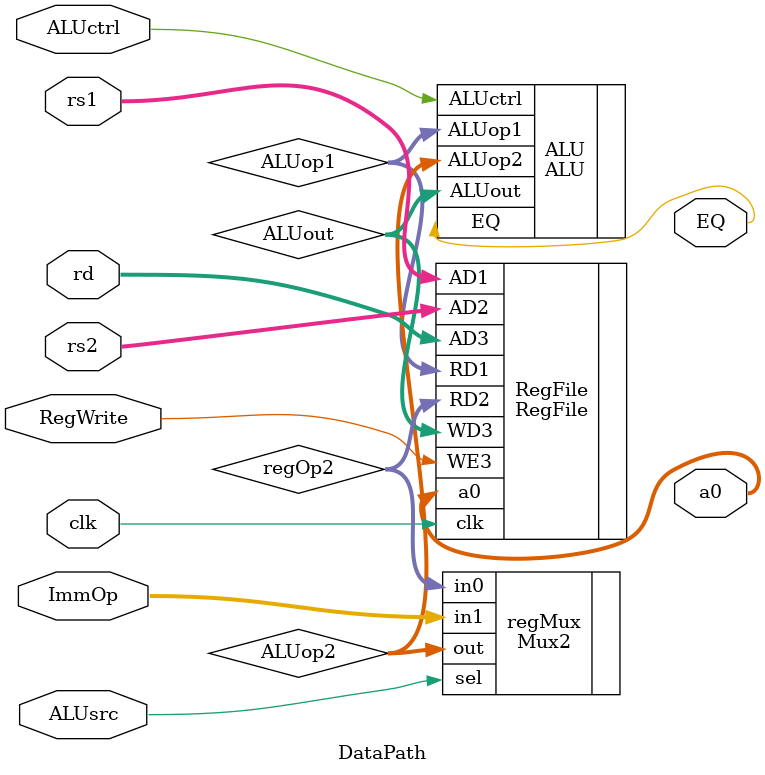
<source format=sv>
module DataPath #(
    parameter   ADDR_WIDTH = 5,
                DATA_WIDTH = 32
)(
    input logic clk,
    input logic [ADDR_WIDTH-1:0] rs1,
    input logic [ADDR_WIDTH-1:0] rs2,
    input logic [ADDR_WIDTH-1:0] rd,
    input logic RegWrite,
    input logic ALUsrc,
    input logic ALUctrl,
    input logic [DATA_WIDTH-1:0] ImmOp,

    output logic EQ,
    output logic [DATA_WIDTH-1:0] a0
);

logic [DATA_WIDTH-1:0] regOp2;
logic [DATA_WIDTH-1:0] ALUop1;
logic [DATA_WIDTH-1:0] ALUop2;
logic [DATA_WIDTH-1:0] ALUout;

RegFile RegFile(
    .clk (clk),
    .AD1 (rs1),
    .AD2 (rs2),
    .AD3 (rd),
    .WE3 (RegWrite),
    .WD3 (ALUout),
    .RD1 (ALUop1),
    .RD2 (regOp2),
    .a0 (a0)
);

Mux2 #(DATA_WIDTH) regMux(
    .in0(regOp2),
    .in1(ImmOp),
    .sel(ALUsrc),
    .out(ALUop2)
);

ALU ALU(
    .ALUop1(ALUop1),
    .ALUop2 (ALUop2),
    .ALUctrl (ALUctrl),
    .EQ (EQ),
    .ALUout (ALUout)
);

endmodule

</source>
